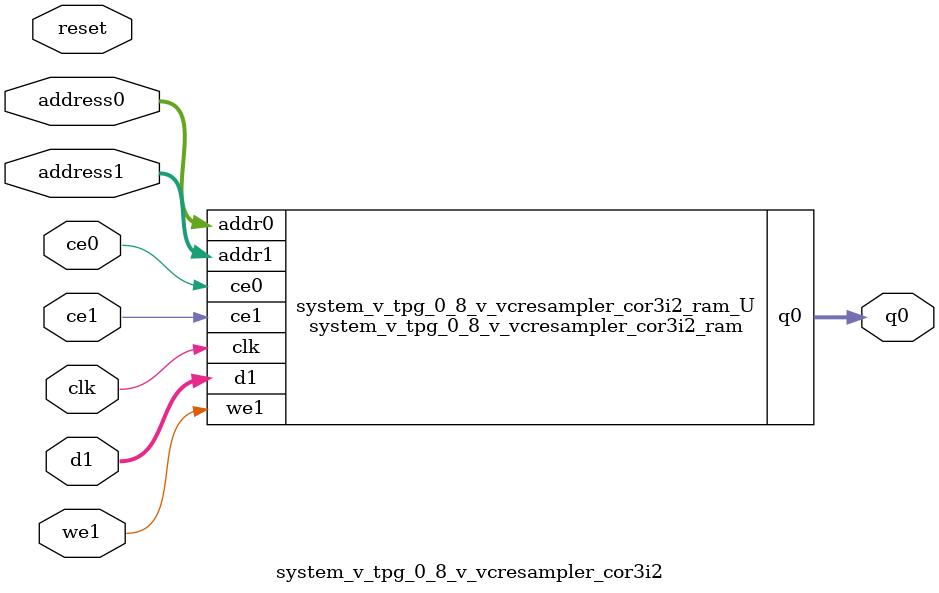
<source format=v>
`timescale 1 ns / 1 ps
module system_v_tpg_0_8_v_vcresampler_cor3i2_ram (addr0, ce0, q0, addr1, ce1, d1, we1,  clk);

parameter DWIDTH = 8;
parameter AWIDTH = 12;
parameter MEM_SIZE = 3840;

input[AWIDTH-1:0] addr0;
input ce0;
output reg[DWIDTH-1:0] q0;
input[AWIDTH-1:0] addr1;
input ce1;
input[DWIDTH-1:0] d1;
input we1;
input clk;

(* ram_style = "block" *)reg [DWIDTH-1:0] ram[0:MEM_SIZE-1];




always @(posedge clk)  
begin 
    if (ce0) begin
        q0 <= ram[addr0];
    end
end


always @(posedge clk)  
begin 
    if (ce1) begin
        if (we1) 
            ram[addr1] <= d1; 
    end
end


endmodule

`timescale 1 ns / 1 ps
module system_v_tpg_0_8_v_vcresampler_cor3i2(
    reset,
    clk,
    address0,
    ce0,
    q0,
    address1,
    ce1,
    we1,
    d1);

parameter DataWidth = 32'd8;
parameter AddressRange = 32'd3840;
parameter AddressWidth = 32'd12;
input reset;
input clk;
input[AddressWidth - 1:0] address0;
input ce0;
output[DataWidth - 1:0] q0;
input[AddressWidth - 1:0] address1;
input ce1;
input we1;
input[DataWidth - 1:0] d1;



system_v_tpg_0_8_v_vcresampler_cor3i2_ram system_v_tpg_0_8_v_vcresampler_cor3i2_ram_U(
    .clk( clk ),
    .addr0( address0 ),
    .ce0( ce0 ),
    .q0( q0 ),
    .addr1( address1 ),
    .ce1( ce1 ),
    .we1( we1 ),
    .d1( d1 ));

endmodule


</source>
